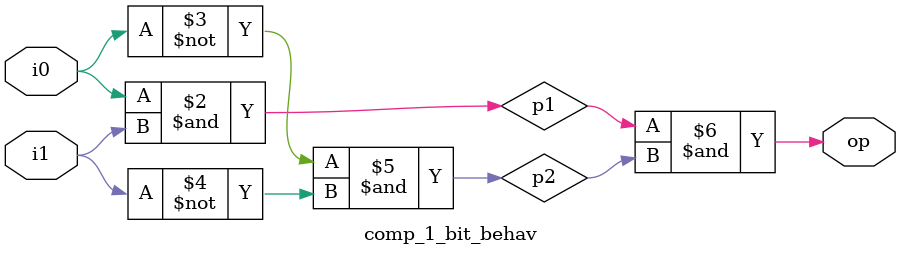
<source format=v>
`timescale 1ns / 1ps
module comp_1_bit_behav(
		input wire i0, i1,
		output reg op //must be delcared as reg to be used in the procedural assignment
    );
	 
	 reg p1, p2;
	always @(i0, i1) begin
		//order is crutual here
		p1 = i0 & i1;
		p2 = ~i0 & ~i1;
		op = p1 & p2;
	end

endmodule

</source>
